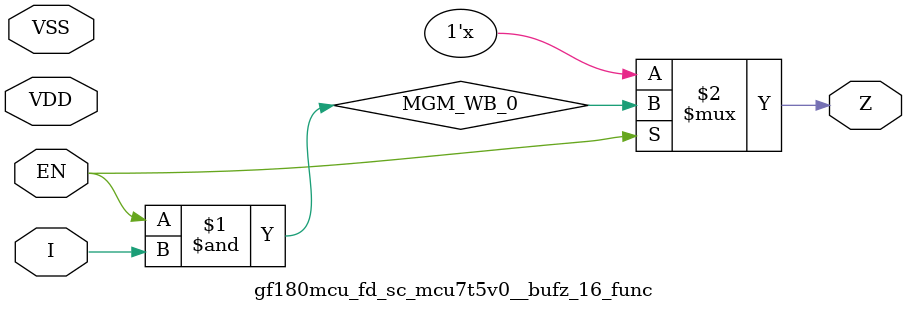
<source format=v>

module gf180mcu_fd_sc_mcu7t5v0__bufz_16_func( EN, I, Z, VDD, VSS );
input EN, I;
inout VDD, VSS;
output Z;

	wire MGM_WB_0;

	wire MGM_WB_1;

	and MGM_BG_0( MGM_WB_0, EN, I );

	not MGM_BG_1( MGM_WB_1, EN );

	bufif0 MGM_BG_2( Z, MGM_WB_0,MGM_WB_1 );

endmodule

</source>
